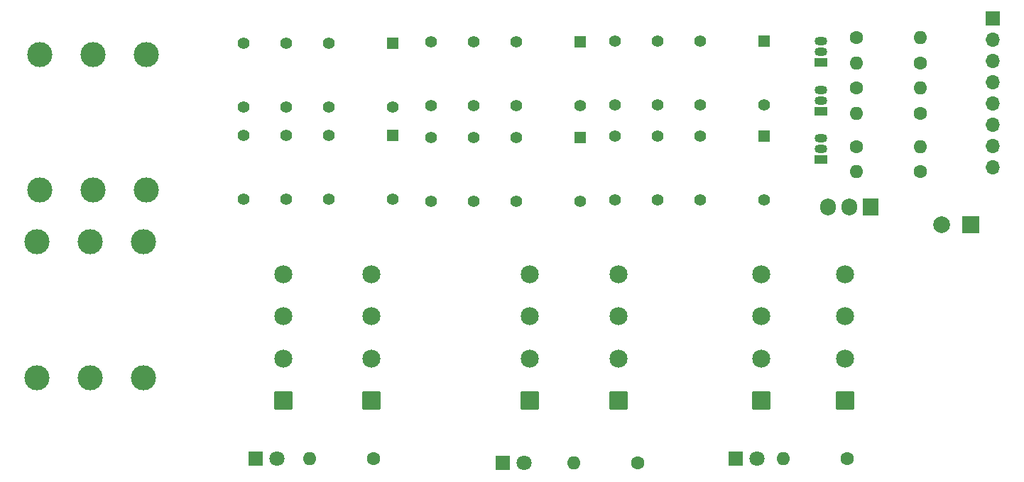
<source format=gbr>
%TF.GenerationSoftware,KiCad,Pcbnew,7.0.9*%
%TF.CreationDate,2024-06-30T00:12:16-04:00*%
%TF.ProjectId,Loop Board 3 Jackless Output,4c6f6f70-2042-46f6-9172-642033204a61,rev?*%
%TF.SameCoordinates,Original*%
%TF.FileFunction,Soldermask,Bot*%
%TF.FilePolarity,Negative*%
%FSLAX46Y46*%
G04 Gerber Fmt 4.6, Leading zero omitted, Abs format (unit mm)*
G04 Created by KiCad (PCBNEW 7.0.9) date 2024-06-30 00:12:16*
%MOMM*%
%LPD*%
G01*
G04 APERTURE LIST*
G04 Aperture macros list*
%AMRoundRect*
0 Rectangle with rounded corners*
0 $1 Rounding radius*
0 $2 $3 $4 $5 $6 $7 $8 $9 X,Y pos of 4 corners*
0 Add a 4 corners polygon primitive as box body*
4,1,4,$2,$3,$4,$5,$6,$7,$8,$9,$2,$3,0*
0 Add four circle primitives for the rounded corners*
1,1,$1+$1,$2,$3*
1,1,$1+$1,$4,$5*
1,1,$1+$1,$6,$7*
1,1,$1+$1,$8,$9*
0 Add four rect primitives between the rounded corners*
20,1,$1+$1,$2,$3,$4,$5,0*
20,1,$1+$1,$4,$5,$6,$7,0*
20,1,$1+$1,$6,$7,$8,$9,0*
20,1,$1+$1,$8,$9,$2,$3,0*%
G04 Aperture macros list end*
%ADD10C,1.400000*%
%ADD11R,1.400000X1.400000*%
%ADD12R,1.700000X1.700000*%
%ADD13O,1.700000X1.700000*%
%ADD14O,1.500000X1.050000*%
%ADD15R,1.500000X1.050000*%
%ADD16RoundRect,0.102000X0.975000X-0.975000X0.975000X0.975000X-0.975000X0.975000X-0.975000X-0.975000X0*%
%ADD17C,2.154000*%
%ADD18R,1.800000X1.800000*%
%ADD19C,1.800000*%
%ADD20O,1.600000X1.600000*%
%ADD21C,1.600000*%
%ADD22C,3.000000*%
%ADD23R,1.905000X2.000000*%
%ADD24O,1.905000X2.000000*%
%ADD25R,2.000000X2.000000*%
%ADD26C,2.000000*%
G04 APERTURE END LIST*
D10*
%TO.C,Right3*%
X167520000Y-51720000D03*
X159900000Y-51720000D03*
X154820000Y-51720000D03*
X149740000Y-51720000D03*
X149740000Y-44100000D03*
X154820000Y-44100000D03*
X159900000Y-44100000D03*
D11*
X167520000Y-44100000D03*
%TD*%
D12*
%TO.C,J2*%
X239100000Y-41080000D03*
D13*
X239100000Y-43620000D03*
X239100000Y-46160000D03*
X239100000Y-48700000D03*
X239100000Y-51240000D03*
X239100000Y-53780000D03*
X239100000Y-56320000D03*
X239100000Y-58860000D03*
%TD*%
D14*
%TO.C,QL3*%
X218640000Y-55420000D03*
X218640000Y-56690000D03*
D15*
X218640000Y-57960000D03*
%TD*%
D16*
%TO.C,Return2*%
X183862500Y-86700000D03*
D17*
X183862500Y-81700000D03*
X183862500Y-76700000D03*
X183862500Y-71700000D03*
%TD*%
D18*
%TO.C,D2*%
X180687500Y-94200000D03*
D19*
X183227500Y-94200000D03*
%TD*%
D20*
%TO.C,LeftPD2*%
X230450000Y-49420000D03*
D21*
X222830000Y-49420000D03*
%TD*%
D16*
%TO.C,Send3*%
X165000000Y-86700000D03*
D17*
X165000000Y-81700000D03*
X165000000Y-76700000D03*
X165000000Y-71700000D03*
%TD*%
D22*
%TO.C,R1*%
X131785000Y-61615000D03*
X131785000Y-45385000D03*
X125435000Y-61615000D03*
X125435000Y-45385000D03*
X138135000Y-61615000D03*
X138135000Y-45385000D03*
%TD*%
D10*
%TO.C,Left/Mono3*%
X167520000Y-62720000D03*
X159900000Y-62720000D03*
X154820000Y-62720000D03*
X149740000Y-62720000D03*
X149740000Y-55100000D03*
X154820000Y-55100000D03*
X159900000Y-55100000D03*
D11*
X167520000Y-55100000D03*
%TD*%
D23*
%TO.C,U1*%
X224540000Y-63600000D03*
D24*
X222000000Y-63600000D03*
X219460000Y-63600000D03*
%TD*%
D20*
%TO.C,LeftPD3*%
X230450000Y-56420000D03*
D21*
X222830000Y-56420000D03*
%TD*%
%TO.C,RLed1*%
X221772500Y-93700000D03*
D20*
X214152500Y-93700000D03*
%TD*%
D14*
%TO.C,QL2*%
X218640000Y-49630000D03*
X218640000Y-50900000D03*
D15*
X218640000Y-52170000D03*
%TD*%
D20*
%TO.C,LGate3*%
X222830000Y-59420000D03*
D21*
X230450000Y-59420000D03*
%TD*%
D16*
%TO.C,Send2*%
X194500000Y-86700000D03*
D17*
X194500000Y-81700000D03*
X194500000Y-76700000D03*
X194500000Y-71700000D03*
%TD*%
D10*
%TO.C,Left/Mono1*%
X211840000Y-62777500D03*
X204220000Y-62777500D03*
X199140000Y-62777500D03*
X194060000Y-62777500D03*
X194060000Y-55157500D03*
X199140000Y-55157500D03*
X204220000Y-55157500D03*
D11*
X211840000Y-55157500D03*
%TD*%
D14*
%TO.C,QL1*%
X218640000Y-43840000D03*
X218640000Y-45110000D03*
D15*
X218640000Y-46380000D03*
%TD*%
D22*
%TO.C,L/Mono1*%
X131485000Y-84015000D03*
X131485000Y-67785000D03*
X125135000Y-84015000D03*
X125135000Y-67785000D03*
X137835000Y-84015000D03*
X137835000Y-67785000D03*
%TD*%
D10*
%TO.C,Right1*%
X211840000Y-51420000D03*
X204220000Y-51420000D03*
X199140000Y-51420000D03*
X194060000Y-51420000D03*
X194060000Y-43800000D03*
X199140000Y-43800000D03*
X204220000Y-43800000D03*
D11*
X211840000Y-43800000D03*
%TD*%
D16*
%TO.C,Return3*%
X154500000Y-86700000D03*
D17*
X154500000Y-81700000D03*
X154500000Y-76700000D03*
X154500000Y-71700000D03*
%TD*%
D20*
%TO.C,LGate2*%
X222830000Y-52420000D03*
D21*
X230450000Y-52420000D03*
%TD*%
D20*
%TO.C,LGate1*%
X222830000Y-46420000D03*
D21*
X230450000Y-46420000D03*
%TD*%
D18*
%TO.C,D3*%
X151187500Y-93700000D03*
D19*
X153727500Y-93700000D03*
%TD*%
D16*
%TO.C,Return1*%
X211500000Y-86700000D03*
D17*
X211500000Y-81700000D03*
X211500000Y-76700000D03*
X211500000Y-71700000D03*
%TD*%
D16*
%TO.C,Send1*%
X221500000Y-86700000D03*
D17*
X221500000Y-81700000D03*
X221500000Y-76700000D03*
X221500000Y-71700000D03*
%TD*%
D18*
%TO.C,D1*%
X208422500Y-93700000D03*
D19*
X210962500Y-93700000D03*
%TD*%
D25*
%TO.C,C1*%
X236500000Y-65700000D03*
D26*
X233000000Y-65700000D03*
%TD*%
D20*
%TO.C,LeftPD1*%
X230450000Y-43420000D03*
D21*
X222830000Y-43420000D03*
%TD*%
D10*
%TO.C,Left/Mono2*%
X189877500Y-62982500D03*
X182257500Y-62982500D03*
X177177500Y-62982500D03*
X172097500Y-62982500D03*
X172097500Y-55362500D03*
X177177500Y-55362500D03*
X182257500Y-55362500D03*
D11*
X189877500Y-55362500D03*
%TD*%
D10*
%TO.C,Right2*%
X189877500Y-51482500D03*
X182257500Y-51482500D03*
X177177500Y-51482500D03*
X172097500Y-51482500D03*
X172097500Y-43862500D03*
X177177500Y-43862500D03*
X182257500Y-43862500D03*
D11*
X189877500Y-43862500D03*
%TD*%
D21*
%TO.C,RLed3*%
X165272500Y-93700000D03*
D20*
X157652500Y-93700000D03*
%TD*%
D21*
%TO.C,RLed2*%
X196772500Y-94200000D03*
D20*
X189152500Y-94200000D03*
%TD*%
M02*

</source>
